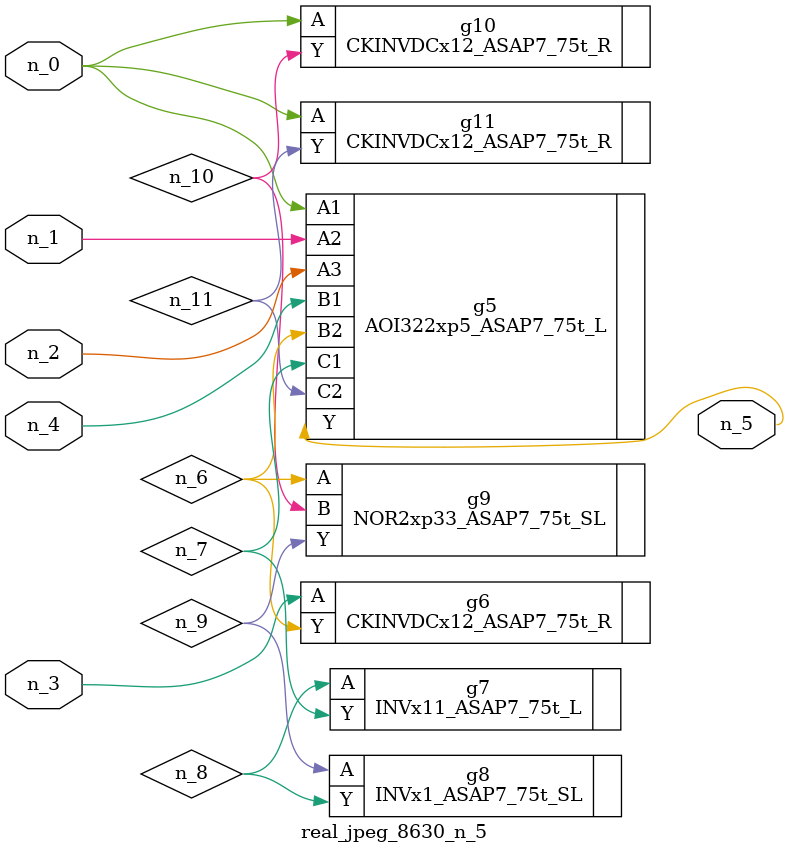
<source format=v>
module real_jpeg_8630_n_5 (n_4, n_0, n_1, n_2, n_3, n_5);

input n_4;
input n_0;
input n_1;
input n_2;
input n_3;

output n_5;

wire n_8;
wire n_11;
wire n_6;
wire n_7;
wire n_10;
wire n_9;

AOI322xp5_ASAP7_75t_L g5 ( 
.A1(n_0),
.A2(n_1),
.A3(n_2),
.B1(n_4),
.B2(n_6),
.C1(n_7),
.C2(n_11),
.Y(n_5)
);

CKINVDCx12_ASAP7_75t_R g10 ( 
.A(n_0),
.Y(n_10)
);

CKINVDCx12_ASAP7_75t_R g11 ( 
.A(n_0),
.Y(n_11)
);

CKINVDCx12_ASAP7_75t_R g6 ( 
.A(n_3),
.Y(n_6)
);

NOR2xp33_ASAP7_75t_SL g9 ( 
.A(n_6),
.B(n_10),
.Y(n_9)
);

INVx11_ASAP7_75t_L g7 ( 
.A(n_8),
.Y(n_7)
);

INVx1_ASAP7_75t_SL g8 ( 
.A(n_9),
.Y(n_8)
);


endmodule
</source>
